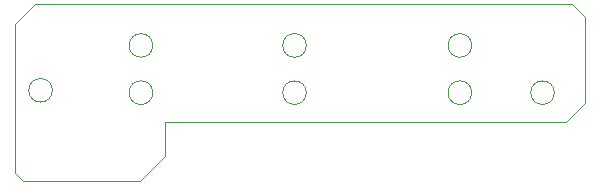
<source format=gbr>
%TF.GenerationSoftware,KiCad,Pcbnew,8.0.3-1.fc40*%
%TF.CreationDate,2024-07-04T21:42:46-04:00*%
%TF.ProjectId,sensor_v3,73656e73-6f72-45f7-9633-2e6b69636164,rev?*%
%TF.SameCoordinates,Original*%
%TF.FileFunction,Profile,NP*%
%FSLAX46Y46*%
G04 Gerber Fmt 4.6, Leading zero omitted, Abs format (unit mm)*
G04 Created by KiCad (PCBNEW 8.0.3-1.fc40) date 2024-07-04 21:42:46*
%MOMM*%
%LPD*%
G01*
G04 APERTURE LIST*
%TA.AperFunction,Profile*%
%ADD10C,0.050000*%
%TD*%
G04 APERTURE END LIST*
D10*
X65000000Y-26500000D02*
G75*
G02*
X63000000Y-26500000I-1000000J0D01*
G01*
X63000000Y-26500000D02*
G75*
G02*
X65000000Y-26500000I1000000J0D01*
G01*
X67600000Y-20100000D02*
X67600000Y-27400000D01*
X66000000Y-29000000D01*
X32000000Y-29000000D01*
X32000000Y-31900000D01*
X29900000Y-34000000D01*
X20000000Y-34000000D01*
X19300000Y-33300000D01*
X19300000Y-20700000D01*
X21000000Y-19000000D01*
X66500000Y-19000000D01*
X67600000Y-20100000D01*
X44000000Y-26500000D02*
G75*
G02*
X42000000Y-26500000I-1000000J0D01*
G01*
X42000000Y-26500000D02*
G75*
G02*
X44000000Y-26500000I1000000J0D01*
G01*
X58000000Y-26500000D02*
G75*
G02*
X56000000Y-26500000I-1000000J0D01*
G01*
X56000000Y-26500000D02*
G75*
G02*
X58000000Y-26500000I1000000J0D01*
G01*
X31000000Y-26500000D02*
G75*
G02*
X29000000Y-26500000I-1000000J0D01*
G01*
X29000000Y-26500000D02*
G75*
G02*
X31000000Y-26500000I1000000J0D01*
G01*
X58000000Y-22500000D02*
G75*
G02*
X56000000Y-22500000I-1000000J0D01*
G01*
X56000000Y-22500000D02*
G75*
G02*
X58000000Y-22500000I1000000J0D01*
G01*
X44000000Y-22500000D02*
G75*
G02*
X42000000Y-22500000I-1000000J0D01*
G01*
X42000000Y-22500000D02*
G75*
G02*
X44000000Y-22500000I1000000J0D01*
G01*
X31000000Y-22500000D02*
G75*
G02*
X29000000Y-22500000I-1000000J0D01*
G01*
X29000000Y-22500000D02*
G75*
G02*
X31000000Y-22500000I1000000J0D01*
G01*
X22500000Y-26300000D02*
G75*
G02*
X20500000Y-26300000I-1000000J0D01*
G01*
X20500000Y-26300000D02*
G75*
G02*
X22500000Y-26300000I1000000J0D01*
G01*
M02*

</source>
